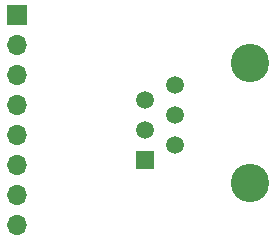
<source format=gbr>
%TF.GenerationSoftware,KiCad,Pcbnew,5.99.0-1.20210520gite8102d8.fc34*%
%TF.CreationDate,2021-05-24T16:10:21-07:00*%
%TF.ProjectId,ST_to_MEGA,53545f74-6f5f-44d4-9547-412e6b696361,rev?*%
%TF.SameCoordinates,Original*%
%TF.FileFunction,Soldermask,Bot*%
%TF.FilePolarity,Negative*%
%FSLAX46Y46*%
G04 Gerber Fmt 4.6, Leading zero omitted, Abs format (unit mm)*
G04 Created by KiCad (PCBNEW 5.99.0-1.20210520gite8102d8.fc34) date 2021-05-24 16:10:21*
%MOMM*%
%LPD*%
G01*
G04 APERTURE LIST*
%ADD10O,1.700000X1.700000*%
%ADD11R,1.700000X1.700000*%
%ADD12R,1.520000X1.520000*%
%ADD13C,3.250000*%
%ADD14C,1.520000*%
G04 APERTURE END LIST*
D10*
%TO.C,J2*%
X130810000Y-97405000D03*
X130810000Y-94865000D03*
X130810000Y-92325000D03*
X130810000Y-89785000D03*
X130810000Y-87245000D03*
X130810000Y-84705000D03*
X130810000Y-82165000D03*
D11*
X130810000Y-79625000D03*
%TD*%
D12*
%TO.C,J1*%
X141700000Y-91920000D03*
D13*
X150590000Y-93830000D03*
D14*
X144240000Y-90650000D03*
X141700000Y-89380000D03*
X144240000Y-88110000D03*
X141700000Y-86840000D03*
X144240000Y-85570000D03*
D13*
X150590000Y-83670000D03*
%TD*%
M02*

</source>
